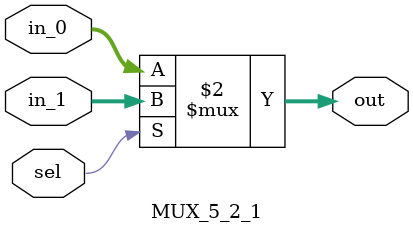
<source format=v>
`timescale 1ns / 1ps
/*本文件为 5 位 2 选 1 MUX设计文件
输入：
in_0：5 位 0 口的输入
in_1：5 位 1 口的输入
sel：选择信号
输出：
out ：MUX的输出
*/
//////////////////////////////////////////////////////////////////////////////////


module MUX_5_2_1(in_0, in_1, sel, out);
    input[4:0] in_0, in_1;
    input sel;
    output [4:0] out;
	assign out = (sel == 1'b0 ? in_0:in_1);
endmodule
</source>
